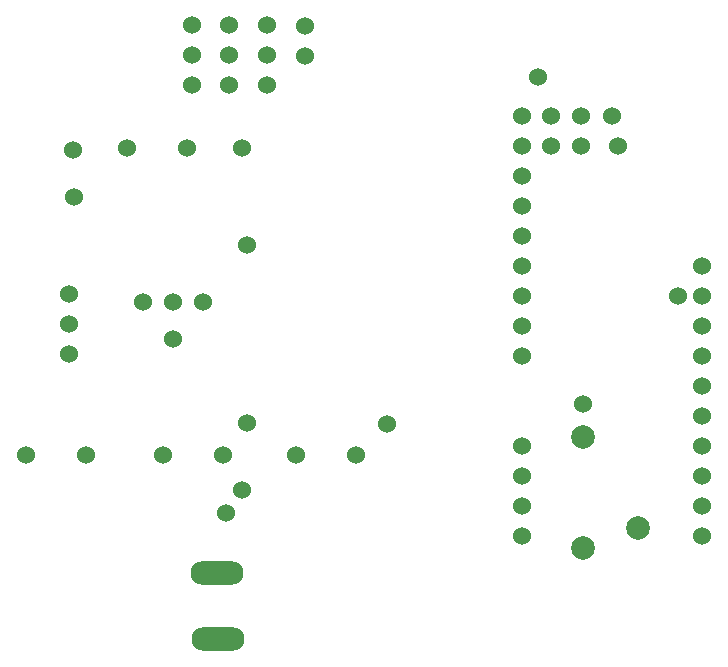
<source format=gbr>
%FSDAX44Y44*%
%MOMM*%
%SFA1B1*%

%IPPOS*%
%ADD19C,1.523997*%
%ADD20C,1.999996*%
%ADD21O,4.499991X1.999996*%
%LNpcb1_pads_top-1*%
%LPD*%
G54D19*
X01075400Y00813963D03*
X01176401Y00702564D03*
X00640334Y00907288D03*
X00740791Y01030859D03*
X00640334Y00856488D03*
Y00881888D03*
X01156081Y00905764D03*
X01100784Y01057402D03*
X00840105Y01108583D03*
X00840486Y01134364D03*
X01105662Y01032129D03*
X01037400Y01090463D03*
X00728293Y00868680D03*
X00776351Y01134745D03*
Y01109345D03*
Y01083945D03*
X00808355Y01134618D03*
Y01109218D03*
Y01083818D03*
X00728293Y00900581D03*
X00702893D03*
X00744474Y01134618D03*
Y01109218D03*
Y01083818D03*
X01176401Y00753364D03*
Y00804164D03*
Y00829564D03*
Y00854964D03*
Y00880364D03*
Y00905764D03*
X01024001D03*
Y00880364D03*
Y00854964D03*
Y00778764D03*
Y00753364D03*
Y00727964D03*
Y00702564D03*
Y00931164D03*
Y00956564D03*
Y00981964D03*
Y01007364D03*
Y01032764D03*
Y01058164D03*
X01176401Y00931164D03*
Y00778764D03*
X00689991Y01030859D03*
X00719963Y00771017D03*
X01073785Y01057910D03*
Y01032510D03*
X01048385Y01057910D03*
Y01032510D03*
X00643890Y01028700D03*
X00645160Y00989330D03*
X00909955Y00796798D03*
X00787400Y00741045D03*
X00773430Y00721614D03*
X00753693Y00900581D03*
X01176401Y00727964D03*
X00884047Y00770890D03*
X00833247D03*
X00770763Y00771017D03*
X00655320D03*
X00604520D03*
X00790920Y00797453D03*
X00787400Y01030963D03*
X00791210Y00948690D03*
G54D20*
X01122680Y00708660D03*
X01075835Y00786293D03*
Y00692293D03*
G54D21*
X00765810Y00670560D03*
X00767080Y00614680D03*
M02*
</source>
